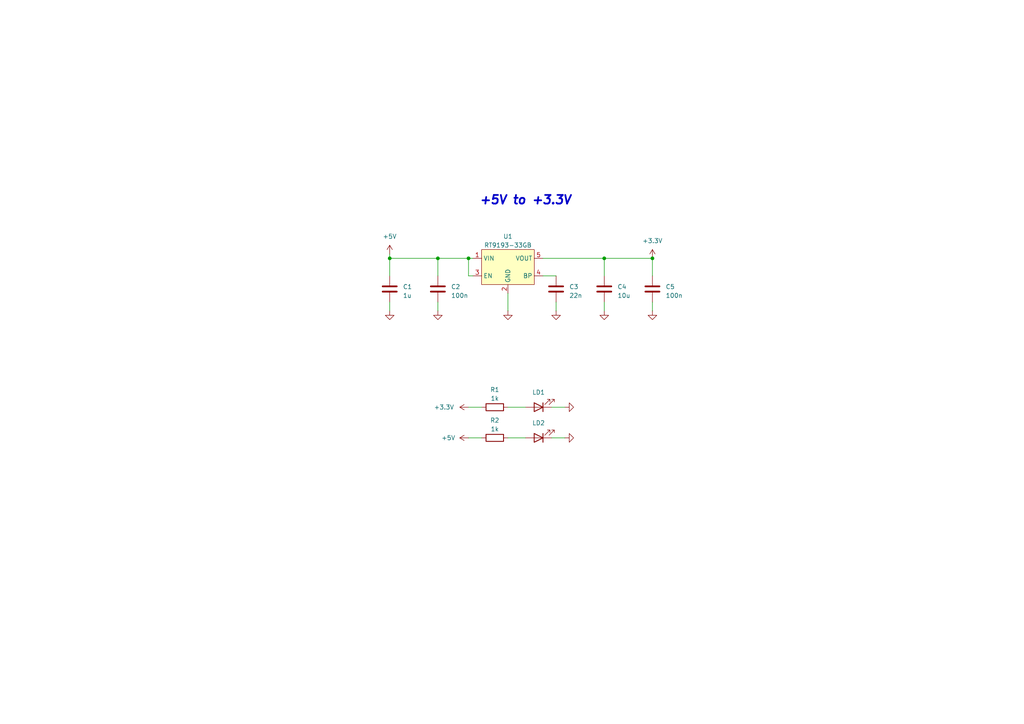
<source format=kicad_sch>
(kicad_sch (version 20250114) (generator "eeschema") (generator_version "9.0")
  (paper "A4")
  (title_block (title "Плата управления\\nшаговыми двигателями") (comment 1 "Питание") (comment 2 "Филимонов С.В."))
  (lib_symbols
    (symbol "Device:C" (pin_numbers (hide yes)) (pin_names (offset 0.254))
      (property "Reference" "C" (at 0.635 2.54 0))
      (property "Value" "C" (at 0.635 -2.54 0))
      (symbol "C_0_1"
        (polyline (pts (xy -2.032 0.762) (xy 2.032 0.762)) (stroke (width 0.508)))
        (polyline (pts (xy -2.032 -0.762) (xy 2.032 -0.762)) (stroke (width 0.508)))
      )
      (symbol "C_1_1"
        (pin passive line (at 0 3.81 270) (length 2.794) (name "~") (number "1"))
        (pin passive line (at 0 -3.81 90) (length 2.794) (name "~") (number "2"))
      )
    )
    (symbol "Device:LED" (pin_numbers (hide yes)) (pin_names (offset 1.016) (hide yes))
      (property "Reference" "D" (at 0 2.54 0))
      (property "Value" "LED" (at 0 -2.54 0))
      (symbol "LED_0_1"
        (polyline (pts (xy -3.048 -0.762) (xy -4.572 -2.286) (xy -3.81 -2.286) (xy -4.572 -2.286) (xy -4.572 -1.524)))
        (polyline (pts (xy -1.778 -0.762) (xy -3.302 -2.286) (xy -2.54 -2.286) (xy -3.302 -2.286) (xy -3.302 -1.524)))
        (polyline (pts (xy -1.27 0) (xy 1.27 0)))
        (polyline (pts (xy -1.27 -1.27) (xy -1.27 1.27)) (stroke (width 0.254)))
        (polyline (pts (xy 1.27 -1.27) (xy 1.27 1.27) (xy -1.27 0) (xy 1.27 -1.27)) (stroke (width 0.254)))
      )
      (symbol "LED_1_1"
        (pin passive line (at -3.81 0 0) (length 2.54) (name "K") (number "1"))
        (pin passive line (at 3.81 0 180) (length 2.54) (name "A") (number "2"))
      )
    )
    (symbol "Device:R" (pin_numbers (hide yes)) (pin_names (offset 0))
      (property "Reference" "R" (at 2.032 0 90))
      (property "Value" "R" (at 0 0 90))
      (symbol "R_0_1"
        (rectangle (start -1.016 -2.54) (end 1.016 2.54) (stroke (width 0.254)))
      )
      (symbol "R_1_1"
        (pin passive line (at 0 3.81 270) (length 1.27) (name "~") (number "1"))
        (pin passive line (at 0 -3.81 90) (length 1.27) (name "~") (number "2"))
      )
    )
    (symbol "myLibrary:RT9193"
      (property "Reference" "U" (at 0 8.89 0))
      (property "Value" "RT9193" (at 0 6.35 0))
      (symbol "RT9193_0_1"
        (rectangle (start -7.62 5.08) (end 7.62 -5.08) (fill (type background)))
      )
      (symbol "RT9193_1_1"
        (pin power_in line (at -10.16 2.54 0) (length 2.54) (name "VIN") (number "1"))
        (pin input line (at -10.16 -2.54 0) (length 2.54) (name "EN") (number "3"))
        (pin power_in line (at 0 -7.62 90) (length 2.54) (name "GND") (number "2"))
        (pin power_out line (at 10.16 2.54 180) (length 2.54) (name "VOUT") (number "5"))
        (pin input line (at 10.16 -2.54 180) (length 2.54) (name "BP") (number "4"))
      )
    )
    (symbol "power:+3.3V" (power) (pin_numbers (hide yes)) (pin_names (offset 0) (hide yes))
      (property "Value" "+3.3V" (at 0 3.556 0))
      (symbol "+3.3V_0_1"
        (polyline (pts (xy -0.762 1.27) (xy 0 2.54)))
        (polyline (pts (xy 0 2.54) (xy 0.762 1.27)))
        (polyline (pts (xy 0 0) (xy 0 2.54)))
      )
      (symbol "+3.3V_1_1"
        (pin power_in line (at 0 0 90) (length 0) (name "~") (number "1"))
      )
    )
    (symbol "power:+5V" (power) (pin_numbers (hide yes)) (pin_names (offset 0) (hide yes))
      (property "Value" "+5V" (at 0 3.556 0))
      (symbol "+5V_0_1"
        (polyline (pts (xy -0.762 1.27) (xy 0 2.54)))
        (polyline (pts (xy 0 2.54) (xy 0.762 1.27)))
        (polyline (pts (xy 0 0) (xy 0 2.54)))
      )
      (symbol "+5V_1_1"
        (pin power_in line (at 0 0 90) (length 0) (name "~") (number "1"))
      )
    )
    (symbol "power:GND" (power) (pin_numbers (hide yes)) (pin_names (offset 0) (hide yes))
      (property "Value" "GND" (at 0 -3.81 0))
      (symbol "GND_0_1"
        (polyline (pts (xy 0 0) (xy 0 -1.27) (xy 1.27 -1.27) (xy 0 -2.54) (xy -1.27 -1.27) (xy 0 -1.27)))
      )
      (symbol "GND_1_1"
        (pin power_in line (at 0 0 270) (length 0) (name "~") (number "1"))
      )
    )
  )
  (text "+5V to +3.3V" (at 152.4 58.166 0) (effects (font (size 2.5 2.5) (thickness 0.5) (bold yes) (italic yes))))
  (junction (at 175.26 74.93))
  (junction (at 113.03 74.93))
  (junction (at 135.89 74.93))
  (junction (at 189.23 74.93))
  (junction (at 127 74.93))
  (wire (pts (xy 147.32 118.11) (xy 152.4 118.11)))
  (wire (pts (xy 113.03 74.93) (xy 113.03 80.01)))
  (wire (pts (xy 175.26 74.93) (xy 189.23 74.93)))
  (wire (pts (xy 113.03 73.66) (xy 113.03 74.93)))
  (wire (pts (xy 161.29 87.63) (xy 161.29 90.17)))
  (wire (pts (xy 157.48 74.93) (xy 175.26 74.93)))
  (wire (pts (xy 135.89 127) (xy 139.7 127)))
  (wire (pts (xy 127 87.63) (xy 127 90.17)))
  (wire (pts (xy 147.32 85.09) (xy 147.32 90.17)))
  (wire (pts (xy 113.03 74.93) (xy 127 74.93)))
  (wire (pts (xy 189.23 74.93) (xy 189.23 80.01)))
  (wire (pts (xy 135.89 80.01) (xy 137.16 80.01)))
  (wire (pts (xy 135.89 74.93) (xy 137.16 74.93)))
  (wire (pts (xy 135.89 118.11) (xy 139.7 118.11)))
  (wire (pts (xy 135.89 74.93) (xy 135.89 80.01)))
  (wire (pts (xy 147.32 127) (xy 152.4 127)))
  (wire (pts (xy 189.23 87.63) (xy 189.23 90.17)))
  (wire (pts (xy 113.03 87.63) (xy 113.03 90.17)))
  (wire (pts (xy 161.29 80.01) (xy 157.48 80.01)))
  (wire (pts (xy 127 74.93) (xy 135.89 74.93)))
  (wire (pts (xy 127 74.93) (xy 127 80.01)))
  (wire (pts (xy 175.26 87.63) (xy 175.26 90.17)))
  (wire (pts (xy 160.02 127) (xy 163.83 127)))
  (wire (pts (xy 160.02 118.11) (xy 163.83 118.11)))
  (wire (pts (xy 175.26 80.01) (xy 175.26 74.93)))
  (symbol (lib_id "power:+5V") (at 113.03 73.66 0) (unit 1)
    (property "Reference" "#PWR06" (effects (hide yes)))
    (property "Value" "+5V" (at 113.03 68.58 0))
    (property "Description" "Power symbol creates a global label with name \"+5V\"" (effects (hide yes)))
  )
  (symbol (lib_id "power:GND") (at 175.26 90.17 0) (unit 1)
    (property "Reference" "#PWR015" (effects (hide yes)))
    (property "Value" "GND" (effects (hide yes)))
    (property "Description" "Power symbol creates a global label with name \"GND\" , ground" (effects (hide yes)))
  )
  (symbol (lib_id "power:+3.3V") (at 135.89 118.11 90) (unit 1)
    (property "Reference" "#PWR09" (effects (hide yes)))
    (property "Value" "+3.3V" (at 128.778 118.11 90))
    (property "Description" "Power symbol creates a global label with name \"+3.3V\"" (effects (hide yes)))
  )
  (symbol (lib_id "power:+3.3V") (at 189.23 74.93 0) (unit 1)
    (property "Reference" "#PWR016" (effects (hide yes)))
    (property "Value" "+3.3V" (at 189.23 69.85 0))
    (property "Description" "Power symbol creates a global label with name \"+3.3V\"" (effects (hide yes)))
  )
  (symbol (lib_id "Device:LED") (at 156.21 118.11 180) (unit 1)
    (property "Reference" "LD1" (at 156.21 113.792 0))
    (property "Footprint" "LED_SMD:LED_0805_2012Metric" (effects (hide yes)))
  )
  (symbol (lib_id "power:GND") (at 147.32 90.17 0) (unit 1)
    (property "Reference" "#PWR011" (effects (hide yes)))
    (property "Value" "GND" (effects (hide yes)))
    (property "Description" "Power symbol creates a global label with name \"GND\" , ground" (effects (hide yes)))
  )
  (symbol (lib_id "myLibrary:RT9193") (at 147.32 77.47 0) (unit 1)
    (property "Reference" "U1" (at 147.32 68.58 0))
    (property "Value" "RT9193-33GB" (at 147.32 71.12 0))
    (property "Footprint" "Package_TO_SOT_SMD:SOT-23-5" (effects (hide yes)))
    (property "Datasheet" "https://static.chipdip.ru/lib/728/DOC012728815.pdf" (effects (hide yes)))
  )
  (symbol (lib_id "power:GND") (at 189.23 90.17 0) (unit 1)
    (property "Reference" "#PWR017" (effects (hide yes)))
    (property "Value" "GND" (effects (hide yes)))
    (property "Description" "Power symbol creates a global label with name \"GND\" , ground" (effects (hide yes)))
  )
  (symbol (lib_id "Device:LED") (at 156.21 127 180) (unit 1)
    (property "Reference" "LD2" (at 156.21 122.682 0))
    (property "Footprint" "LED_SMD:LED_0805_2012Metric" (effects (hide yes)))
  )
  (symbol (lib_id "power:GND") (at 163.83 118.11 90) (unit 1)
    (property "Reference" "#PWR013" (effects (hide yes)))
    (property "Value" "GND" (effects (hide yes)))
    (property "Description" "Power symbol creates a global label with name \"GND\" , ground" (effects (hide yes)))
  )
  (symbol (lib_id "Device:C") (at 161.29 83.82 180) (unit 1)
    (property "Reference" "C3" (at 165.1 83.185 0) (effects (justify right)))
    (property "Value" "22n" (at 165.1 85.725 0) (effects (justify right)))
    (property "Footprint" "Capacitor_SMD:C_0805_2012Metric" (effects (hide yes)))
  )
  (symbol (lib_id "Device:C") (at 189.23 83.82 180) (unit 1)
    (property "Reference" "C5" (at 193.04 83.185 0) (effects (justify right)))
    (property "Value" "100n" (at 193.04 85.725 0) (effects (justify right)))
    (property "Footprint" "Capacitor_SMD:C_0805_2012Metric" (effects (hide yes)))
  )
  (symbol (lib_id "power:GND") (at 161.29 90.17 0) (unit 1)
    (property "Reference" "#PWR012" (effects (hide yes)))
    (property "Value" "GND" (effects (hide yes)))
    (property "Description" "Power symbol creates a global label with name \"GND\" , ground" (effects (hide yes)))
  )
  (symbol (lib_id "power:GND") (at 127 90.17 0) (unit 1)
    (property "Reference" "#PWR08" (effects (hide yes)))
    (property "Value" "GND" (effects (hide yes)))
    (property "Description" "Power symbol creates a global label with name \"GND\" , ground" (effects (hide yes)))
  )
  (symbol (lib_id "Device:C") (at 113.03 83.82 180) (unit 1)
    (property "Reference" "C1" (at 116.84 83.185 0) (effects (justify right)))
    (property "Value" "1u" (at 116.84 85.725 0) (effects (justify right)))
    (property "Footprint" "Capacitor_SMD:C_0805_2012Metric" (effects (hide yes)))
  )
  (symbol (lib_id "Device:R") (at 143.51 127 90) (unit 1)
    (property "Reference" "R2" (at 143.51 121.92 90))
    (property "Value" "1k" (at 143.51 124.46 90))
    (property "Footprint" "Resistor_SMD:R_0805_2012Metric" (effects (hide yes)))
  )
  (symbol (lib_id "Device:R") (at 143.51 118.11 90) (unit 1)
    (property "Reference" "R1" (at 143.51 113.03 90))
    (property "Value" "1k" (at 143.51 115.57 90))
    (property "Footprint" "Resistor_SMD:R_0805_2012Metric" (effects (hide yes)))
  )
  (symbol (lib_id "Device:C") (at 175.26 83.82 180) (unit 1)
    (property "Reference" "C4" (at 179.07 83.185 0) (effects (justify right)))
    (property "Value" "10u" (at 179.07 85.725 0) (effects (justify right)))
    (property "Footprint" "Capacitor_SMD:C_0805_2012Metric" (effects (hide yes)))
  )
  (symbol (lib_id "power:+5V") (at 135.89 127 90) (unit 1)
    (property "Reference" "#PWR010" (effects (hide yes)))
    (property "Value" "+5V" (at 132.08 126.9999 90) (effects (justify left)))
    (property "Description" "Power symbol creates a global label with name \"+5V\"" (effects (hide yes)))
  )
  (symbol (lib_id "Device:C") (at 127 83.82 180) (unit 1)
    (property "Reference" "C2" (at 130.81 83.185 0) (effects (justify right)))
    (property "Value" "100n" (at 130.81 85.725 0) (effects (justify right)))
    (property "Footprint" "Capacitor_SMD:C_0805_2012Metric" (effects (hide yes)))
  )
  (symbol (lib_id "power:GND") (at 163.83 127 90) (unit 1)
    (property "Reference" "#PWR014" (effects (hide yes)))
    (property "Value" "GND" (effects (hide yes)))
    (property "Description" "Power symbol creates a global label with name \"GND\" , ground" (effects (hide yes)))
  )
  (symbol (lib_id "power:GND") (at 113.03 90.17 0) (unit 1)
    (property "Reference" "#PWR07" (effects (hide yes)))
    (property "Value" "GND" (effects (hide yes)))
    (property "Description" "Power symbol creates a global label with name \"GND\" , ground" (effects (hide yes)))
  )
)
</source>
